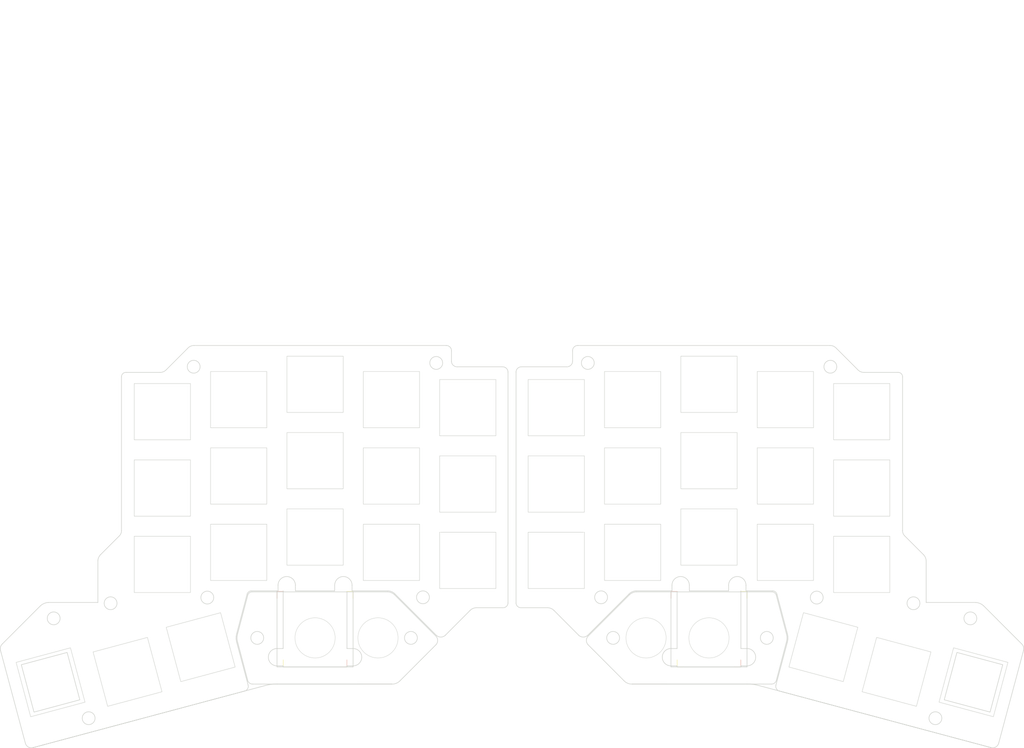
<source format=kicad_pcb>
(kicad_pcb (version 20211014) (generator pcbnew)
  (layers (0 "F.Cu" signal) (31 "B.Cu" signal) (34 "B.Paste" user) (35 "F.Paste" user) (36 "B.SilkS" user "B.Silkscreen") (37 "F.SilkS" user "F.Silkscreen") (38 "B.Mask" user) (39 "F.Mask" user) (44 "Edge.Cuts" user))
  (net 0 "")
  (footprint "jw_custom_footprint:CherryMX_Hotswap_cutout_switch_plate" (layer "F.Cu") (at 177.48662 97.331594)
    (fp_text reference "SW12" hide)
    (fp_text value "SW12")
    (fp_rect (start -7 -7) (end 7 7) (layer "Edge.Cuts") (width 0.12) (fill none))
  )
  (footprint "jw_custom_footprint:CherryMX_Hotswap_cutout_switch_plate" (layer "F.Cu") (at 177.48662 78.331994)
    (fp_text reference "SW7" hide)
    (fp_text value "SW7")
    (fp_rect (start -7 -7) (end 7 7) (layer "Edge.Cuts") (width 0.12) (fill none))
  )
  (footprint "jw_custom_footprint:RotaryEncoder_Alps_EC11E-Switch_Vertical_H20mm_cutout_switch_plate" (layer "F.Cu") (at 262.29748 129.657313 165)
    (fp_text reference "EC1" hide)
    (fp_text value "Rotary_Encoder_Switch")
    (fp_rect (start -5.9 -6.1) (end 5.9 6.1) (layer "Edge.Cuts") (width 0.15) (fill none))
  )
  (footprint "jw_custom_footprint:CherryMX_Hotswap_cutout_switch_plate" (layer "F.Cu") (at 262.29748 129.657311 -15)
    (fp_text reference "SW20" hide)
    (fp_text value "SW20")
    (fp_rect (start -7 -7) (end 7 7) (layer "Edge.Cuts") (width 0.12) (fill none))
  )
  (footprint "jw_custom_footprint:MountingHole_3.2mm_M3_cutout" (layer "F.Cu") (at 226.687447 51.14375)
    (fp_text reference "TH1" hide)
    (fp_text value "HOLE")
    (fp_circle (center 0 0) (end 1.6 0) (layer "Edge.Cuts") (width 0.15) (fill none))
  )
  (footprint "jw_custom_footprint:contact_button_10mm" (layer "F.Cu") (at 180.827872 118.614)
    (fp_text reference "SW16" hide)
    (fp_text value "SW_Contact_Pad")
    (fp_circle (center 0 0) (end 5 0) (layer "Edge.Cuts") (width 0.1) (fill none))
  )
  (footprint "jw_custom_footprint:CherryMX_Hotswap_cutout_switch_plate" (layer "F.Cu") (at 158.48642 61.330994)
    (fp_text reference "SW1" hide)
    (fp_text value "SW1")
    (fp_rect (start -7 -7) (end 7 7) (layer "Edge.Cuts") (width 0.12) (fill none))
  )
  (footprint "jw_custom_footprint:CherryMX_Hotswap_cutout_switch_plate" (layer "F.Cu") (at 158.48642 80.331394)
    (fp_text reference "SW6" hide)
    (fp_text value "SW6")
    (fp_rect (start -7 -7) (end 7 7) (layer "Edge.Cuts") (width 0.12) (fill none))
  )
  (footprint "jw_custom_footprint:MountingHole_3.2mm_M3_cutout" (layer "F.Cu") (at 223.296492 108.5822)
    (fp_text reference "TH4" hide)
    (fp_text value "HOLE")
    (fp_circle (center 0 0) (end 1.6 0) (layer "Edge.Cuts") (width 0.15) (fill none))
  )
  (footprint "jw_custom_footprint:MountingHole_3.2mm_M3_cutout" (layer "F.Cu") (at 247.36228 109.997713 180)
    (fp_text reference "MCU_1" hide)
    (fp_text value "HOLE")
    (fp_circle (center 0 0) (end 1.6 0) (layer "Edge.Cuts") (width 0.15) (fill none))
  )
  (footprint "jw_custom_footprint:MountingHole_3.2mm_M3_cutout" (layer "F.Cu") (at 169.639047 108.51955)
    (fp_text reference "TH3" hide)
    (fp_text value "HOLE")
    (fp_circle (center 0 0) (end 1.6 0) (layer "Edge.Cuts") (width 0.15) (fill none))
  )
  (footprint "jw_custom_footprint:MountingHole_3.2mm_M3_cutout" (layer "F.Cu") (at 261.522054 113.756913)
    (fp_text reference "MCU_2" hide)
    (fp_text value "HOLE")
    (fp_circle (center 0 0) (end 1.6 0) (layer "Edge.Cuts") (width 0.15) (fill none))
  )
  (footprint "jw_custom_footprint:CherryMX_Hotswap_cutout_switch_plate" (layer "F.Cu") (at 243.14588 127.066513 -15)
    (fp_text reference "SW19" hide)
    (fp_text value "SW19")
    (fp_rect (start -7 -7) (end 7 7) (layer "Edge.Cuts") (width 0.12) (fill none))
  )
  (footprint "jw_custom_footprint:contact_button_10mm" (layer "F.Cu") (at 196.486246 118.614)
    (fp_text reference "SW17" hide)
    (fp_text value "SW_Contact_Pad")
    (fp_circle (center 0 0) (end 5 0) (layer "Edge.Cuts") (width 0.1) (fill none))
  )
  (footprint "jw_custom_footprint:Nintendo_Switch_JOYSTICK" (layer "F.Cu") (at 98.471394 116.40681)
    (fp_text reference "REF**" hide)
    (fp_text value "Nintendo_Switch_JOYSTICK")
    (fp_line (start -7.9248 9.398) (end -7.9248 7.6708) (layer "F.SilkS") (width 0.12))
    (fp_line (start 9.4488 -9.3472) (end 9.4488 -7.62) (layer "F.SilkS") (width 0.12))
    (fp_line (start -6.2992 9.398) (end -7.9248 9.398) (layer "F.SilkS") (width 0.12))
    (fp_line (start 7.8232 -9.3472) (end 9.4488 -9.3472) (layer "F.SilkS") (width 0.12))
  )
  (footprint "jw_custom_footprint:CherryMX_Hotswap_cutout_switch_plate" (layer "F.Cu") (at 196.48602 93.521794)
    (fp_text reference "SW13" hide)
    (fp_text value "SW13")
    (fp_rect (start -7 -7) (end 7 7) (layer "Edge.Cuts") (width 0.12) (fill none))
  )
  (footprint "jw_custom_footprint:Nintendo_Switch_JOYSTICK" (layer "F.Cu") (at 196.486246 116.40681)
    (fp_text reference "REF**" hide)
    (fp_text value "Nintendo_Switch_JOYSTICK")
    (fp_line (start -6.2992 9.398) (end -7.9248 9.398) (layer "F.SilkS") (width 0.12))
    (fp_line (start 9.4488 -9.3472) (end 9.4488 -7.62) (layer "F.SilkS") (width 0.12))
    (fp_line (start -7.9248 9.398) (end -7.9248 7.6708) (layer "F.SilkS") (width 0.12))
    (fp_line (start 7.8232 -9.3472) (end 9.4488 -9.3472) (layer "F.SilkS") (width 0.12))
  )
  (footprint "jw_custom_footprint:MountingHole_3.2mm_M3_cutout" (layer "F.Cu") (at 252.82328 138.598113)
    (fp_text reference "TH5" hide)
    (fp_text value "HOLE")
    (fp_circle (center 0 0) (end 1.6 0) (layer "Edge.Cuts") (width 0.15) (fill none))
  )
  (footprint "jw_custom_footprint:CherryMX_Hotswap_cutout_switch_plate" (layer "F.Cu") (at 215.48622 59.331834)
    (fp_text reference "SW4" hide)
    (fp_text value "SW4")
    (fp_rect (start -7 -7) (end 7 7) (layer "Edge.Cuts") (width 0.12) (fill none))
  )
  (footprint "jw_custom_footprint:CherryMX_Hotswap_cutout_switch_plate" (layer "F.Cu") (at 177.48662 59.332394)
    (fp_text reference "SW2" hide)
    (fp_text value "SW2")
    (fp_rect (start -7 -7) (end 7 7) (layer "Edge.Cuts") (width 0.12) (fill none))
  )
  (footprint "jw_custom_footprint:CherryMX_Hotswap_cutout_switch_plate" (layer "F.Cu") (at 234.485918 62.332394)
    (fp_text reference "SW5" hide)
    (fp_text value "SW5")
    (fp_rect (start -7 -7) (end 7 7) (layer "Edge.Cuts") (width 0.12) (fill none))
  )
  (footprint "jw_custom_footprint:CherryMX_Hotswap_cutout_switch_plate" (layer "F.Cu") (at 215.48622 97.332194)
    (fp_text reference "SW14" hide)
    (fp_text value "SW14")
    (fp_rect (start -7 -7) (end 7 7) (layer "Edge.Cuts") (width 0.12) (fill none))
  )
  (footprint "jw_custom_footprint:CherryMX_Hotswap_cutout_switch_plate" (layer "F.Cu") (at 224.946054 120.920119 -15)
    (fp_text reference "SW18" hide)
    (fp_text value "SW18")
    (fp_rect (start -7 -7) (end 7 7) (layer "Edge.Cuts") (width 0.12) (fill none))
  )
  (footprint "jw_custom_footprint:MountingHole_3.2mm_M3_cutout" (layer "F.Cu") (at 210.871736 118.614)
    (fp_text reference "JY_BT_2" hide)
    (fp_text value "HOLE")
    (fp_circle (center 0 0) (end 1.6 0) (layer "Edge.Cuts") (width 0.15) (fill none))
  )
  (footprint "jw_custom_footprint:CherryMX_Hotswap_cutout_switch_plate" (layer "F.Cu") (at 234.485918 100.332194)
    (fp_text reference "SW15" hide)
    (fp_text value "SW15")
    (fp_rect (start -7 -7) (end 7 7) (layer "Edge.Cuts") (width 0.12) (fill none))
  )
  (footprint "jw_custom_footprint:CherryMX_Hotswap_cutout_switch_plate" (layer "F.Cu") (at 215.48622 78.331794)
    (fp_text reference "SW9" hide)
    (fp_text value "SW9")
    (fp_rect (start -7 -7) (end 7 7) (layer "Edge.Cuts") (width 0.12) (fill none))
  )
  (footprint "jw_custom_footprint:CherryMX_Hotswap_cutout_switch_plate" (layer "F.Cu") (at 234.485918 81.332194)
    (fp_text reference "SW10" hide)
    (fp_text value "SW10")
    (fp_rect (start -7 -7) (end 7 7) (layer "Edge.Cuts") (width 0.12) (fill none))
  )
  (footprint "jw_custom_footprint:CherryMX_Hotswap_cutout_switch_plate" (layer "F.Cu") (at 196.48602 55.521634)
    (fp_text reference "SW3" hide)
    (fp_text value "SW3")
    (fp_rect (start -7 -7) (end 7 7) (layer "Edge.Cuts") (width 0.12) (fill none))
  )
  (footprint "jw_custom_footprint:MountingHole_3.2mm_M3_cutout" (layer "F.Cu") (at 172.63548 118.614)
    (fp_text reference "JY_BT_1" hide)
    (fp_text value "HOLE")
    (fp_circle (center 0 0) (end 1.6 0) (layer "Edge.Cuts") (width 0.15) (fill none))
  )
  (footprint "jw_custom_footprint:MountingHole_3.2mm_M3_cutout" (layer "F.Cu") (at 166.33628 50.201913)
    (fp_text reference "TH2" hide)
    (fp_text value "HOLE")
    (fp_circle (center 0 0) (end 1.6 0) (layer "Edge.Cuts") (width 0.15) (fill none))
  )
  (footprint "jw_custom_footprint:CherryMX_Hotswap_cutout_switch_plate" (layer "F.Cu") (at 196.48602 74.521594)
    (fp_text reference "SW8" hide)
    (fp_text value "SW8")
    (fp_rect (start -7 -7) (end 7 7) (layer "Edge.Cuts") (width 0.12) (fill none))
  )
  (footprint "jw_custom_footprint:CherryMX_Hotswap_cutout_switch_plate" (layer "F.Cu") (at 158.48642 99.331794)
    (fp_text reference "SW11" hide)
    (fp_text value "SW11")
    (fp_rect (start -7 -7) (end 7 7) (layer "Edge.Cuts") (width 0.12) (fill none))
  )
  (footprint "jw_custom_footprint:CherryMX_Hotswap_cutout_switch_plate" (layer "B.Cu") (at 79.47142 78.331794 180)
    (fp_text reference "SW9" hide)
    (fp_text value "SW9")
    (fp_rect (start -7 7) (end 7 -7) (layer "Edge.Cuts") (width 0.12) (fill none))
  )
  (footprint "jw_custom_footprint:CherryMX_Hotswap_cutout_switch_plate" (layer "B.Cu") (at 136.47122 80.331394 180)
    (fp_text reference "SW6" hide)
    (fp_text value "SW6")
    (fp_rect (start -7 7) (end 7 -7) (layer "Edge.Cuts") (width 0.12) (fill none))
  )
  (footprint "jw_custom_footprint:CherryMX_Hotswap_cutout_switch_plate" (layer "B.Cu") (at 136.47122 99.331794 180)
    (fp_text reference "SW11" hide)
    (fp_text value "SW11")
    (fp_rect (start -7 7) (end 7 -7) (layer "Edge.Cuts") (width 0.12) (fill none))
  )
  (footprint "jw_custom_footprint:CherryMX_Hotswap_cutout_switch_plate" (layer "B.Cu") (at 51.81176 127.066513 -165)
    (fp_text reference "SW19" hide)
    (fp_text value "SW19")
    (fp_rect (start -7 7) (end 7 -7) (layer "Edge.Cuts") (width 0.12) (fill none))
  )
  (footprint "jw_custom_footprint:CherryMX_Hotswap_cutout_switch_plate" (layer "B.Cu") (at 79.47142 97.332194 180)
    (fp_text reference "SW14" hide)
    (fp_text value "SW14")
    (fp_rect (start -7 7) (end 7 -7) (layer "Edge.Cuts") (width 0.12) (fill none))
  )
  (footprint "jw_custom_footprint:MountingHole_3.2mm_M3_cutout" (layer "B.Cu") (at 125.318593 108.51955 180)
    (fp_text reference "TH3" hide)
    (fp_text value "HOLE")
    (fp_circle (center 0 0) (end 1.6 0) (layer "Edge.Cuts") (width 0.15) (fill none))
  )
  (footprint "jw_custom_footprint:contact_button_10mm" (layer "B.Cu") (at 98.471394 118.614 180)
    (fp_text reference "SW17" hide)
    (fp_text value "SW_Contact_Pad")
    (fp_circle (center 0 0) (end 5 0) (layer "Edge.Cuts") (width 0.1) (fill none))
  )
  (footprint "jw_custom_footprint:MountingHole_3.2mm_M3_cutout" (layer "B.Cu") (at 42.13436 138.598113 180)
    (fp_text reference "TH5" hide)
    (fp_text value "HOLE")
    (fp_circle (center 0 0) (end 1.6 0) (layer "Edge.Cuts") (width 0.15) (fill none))
  )
  (footprint "jw_custom_footprint:MountingHole_3.2mm_M3_cutout" (layer "B.Cu") (at 47.59536 109.997713)
    (fp_text reference "MCU_1" hide)
    (fp_text value "HOLE")
    (fp_circle (center 0 0) (end 1.6 0) (layer "Edge.Cuts") (width 0.15) (fill none))
  )
  (footprint "jw_custom_footprint:MountingHole_3.2mm_M3_cutout" (layer "B.Cu") (at 33.435586 113.756913 180)
    (fp_text reference "MCU_2" hide)
    (fp_text value "HOLE")
    (fp_circle (center 0 0) (end 1.6 0) (layer "Edge.Cuts") (width 0.15) (fill none))
  )
  (footprint "jw_custom_footprint:Nintendo_Switch_JOYSTICK" (layer "B.Cu") (at 98.471394 116.40681 180)
    (fp_text reference "REF**" hide)
    (fp_text value "Nintendo_Switch_JOYSTICK")
    (fp_line (start 9.4488 9.3472) (end 9.4488 7.62) (layer "B.SilkS") (width 0.12))
    (fp_line (start -7.9248 -9.398) (end -7.9248 -7.6708) (layer "B.SilkS") (width 0.12))
    (fp_line (start -6.2992 -9.398) (end -7.9248 -9.398) (layer "B.SilkS") (width 0.12))
    (fp_line (start 7.8232 9.3472) (end 9.4488 9.3472) (layer "B.SilkS") (width 0.12))
  )
  (footprint "jw_custom_footprint:RotaryEncoder_Alps_EC11E-Switch_Vertical_H20mm_cutout_switch_plate" (layer "B.Cu") (at 32.66016 129.657313 15)
    (fp_text reference "EC1" hide)
    (fp_text value "Rotary_Encoder_Switch")
    (fp_rect (start -5.9 6.1) (end 5.9 -6.1) (layer "Edge.Cuts") (width 0.15) (fill none))
  )
  (footprint "jw_custom_footprint:Nintendo_Switch_JOYSTICK" (layer "B.Cu") (at 196.486246 116.40681 180)
    (fp_text reference "REF**" hide)
    (fp_text value "Nintendo_Switch_JOYSTICK")
    (fp_line (start -7.9248 -9.398) (end -7.9248 -7.6708) (layer "B.SilkS") (width 0.12))
    (fp_line (start 7.8232 9.3472) (end 9.4488 9.3472) (layer "B.SilkS") (width 0.12))
    (fp_line (start -6.2992 -9.398) (end -7.9248 -9.398) (layer "B.SilkS") (width 0.12))
    (fp_line (start 9.4488 9.3472) (end 9.4488 7.62) (layer "B.SilkS") (width 0.12))
  )
  (footprint "jw_custom_footprint:CherryMX_Hotswap_cutout_switch_plate" (layer "B.Cu") (at 136.47122 61.330994 180)
    (fp_text reference "SW1" hide)
    (fp_text value "SW1")
    (fp_rect (start -7 7) (end 7 -7) (layer "Edge.Cuts") (width 0.12) (fill none))
  )
  (footprint "jw_custom_footprint:CherryMX_Hotswap_cutout_switch_plate" (layer "B.Cu") (at 60.471722 81.332194 180)
    (fp_text reference "SW10" hide)
    (fp_text value "SW10")
    (fp_rect (start -7 7) (end 7 -7) (layer "Edge.Cuts") (width 0.12) (fill none))
  )
  (footprint "jw_custom_footprint:contact_button_10mm" (layer "B.Cu") (at 114.129768 118.614 180)
    (fp_text reference "SW16" hide)
    (fp_text value "SW_Contact_Pad")
    (fp_circle (center 0 0) (end 5 0) (layer "Edge.Cuts") (width 0.1) (fill none))
  )
  (footprint "jw_custom_footprint:CherryMX_Hotswap_cutout_switch_plate" (layer "B.Cu") (at 117.47102 78.331994 180)
    (fp_text reference "SW7" hide)
    (fp_text value "SW7")
    (fp_rect (start -7 7) (end 7 -7) (layer "Edge.Cuts") (width 0.12) (fill none))
  )
  (footprint "jw_custom_footprint:CherryMX_Hotswap_cutout_switch_plate" (layer "B.Cu") (at 98.47162 74.521594 180)
    (fp_text reference "SW8" hide)
    (fp_text value "SW8")
    (fp_rect (start -7 7) (end 7 -7) (layer "Edge.Cuts") (width 0.12) (fill none))
  )
  (footprint "jw_custom_footprint:CherryMX_Hotswap_cutout_switch_plate" (layer "B.Cu") (at 117.47102 97.331594 180)
    (fp_text reference "SW12" hide)
    (fp_text value "SW12")
    (fp_rect (start -7 7) (end 7 -7) (layer "Edge.Cuts") (width 0.12) (fill none))
  )
  (footprint "jw_custom_footprint:CherryMX_Hotswap_cutout_switch_plate" (layer "B.Cu") (at 98.47162 55.521634 180)
    (fp_text reference "SW3" hide)
    (fp_text value "SW3")
    (fp_rect (start -7 7) (end 7 -7) (layer "Edge.Cuts") (width 0.12) (fill none))
  )
  (footprint "jw_custom_footprint:CherryMX_Hotswap_cutout_switch_plate" (layer "B.Cu") (at 98.47162 93.521794 180)
    (fp_text reference "SW13" hide)
    (fp_text value "SW13")
    (fp_rect (start -7 7) (end 7 -7) (layer "Edge.Cuts") (width 0.12) (fill none))
  )
  (footprint "jw_custom_footprint:CherryMX_Hotswap_cutout_switch_plate" (layer "B.Cu") (at 117.47102 59.332394 180)
    (fp_text reference "SW2" hide)
    (fp_text value "SW2")
    (fp_rect (start -7 7) (end 7 -7) (layer "Edge.Cuts") (width 0.12) (fill none))
  )
  (footprint "jw_custom_footprint:CherryMX_Hotswap_cutout_switch_plate" (layer "B.Cu") (at 60.471722 62.332394 180)
    (fp_text reference "SW5" hide)
    (fp_text value "SW5")
    (fp_rect (start -7 7) (end 7 -7) (layer "Edge.Cuts") (width 0.12) (fill none))
  )
  (footprint "jw_custom_footprint:CherryMX_Hotswap_cutout_switch_plate" (layer "B.Cu") (at 70.011586 120.920119 -165)
    (fp_text reference "SW18" hide)
    (fp_text value "SW18")
    (fp_rect (start -7 7) (end 7 -7) (layer "Edge.Cuts") (width 0.12) (fill none))
  )
  (footprint "jw_custom_footprint:MountingHole_3.2mm_M3_cutout" (layer "B.Cu") (at 84.085904 118.614 180)
    (fp_text reference "JY_BT_2" hide)
    (fp_text value "HOLE")
    (fp_circle (center 0 0) (end 1.6 0) (layer "Edge.Cuts") (width 0.15) (fill none))
  )
  (footprint "jw_custom_footprint:CherryMX_Hotswap_cutout_switch_plate" (layer "B.Cu") (at 32.66016 129.657311 -165)
    (fp_text reference "SW20" hide)
    (fp_text value "SW20")
    (fp_rect (start -7 7) (end 7 -7) (layer "Edge.Cuts") (width 0.12) (fill none))
  )
  (footprint "jw_custom_footprint:MountingHole_3.2mm_M3_cutout" (layer "B.Cu") (at 122.32216 118.614 180)
    (fp_text reference "JY_BT_1" hide)
    (fp_text value "HOLE")
    (fp_circle (center 0 0) (end 1.6 0) (layer "Edge.Cuts") (width 0.15) (fill none))
  )
  (footprint "jw_custom_footprint:CherryMX_Hotswap_cutout_switch_plate" (layer "B.Cu") (at 60.471722 100.332194 180)
    (fp_text reference "SW15" hide)
    (fp_text value "SW15")
    (fp_rect (start -7 7) (end 7 -7) (layer "Edge.Cuts") (width 0.12) (fill none))
  )
  (footprint "jw_custom_footprint:MountingHole_3.2mm_M3_cutout" (layer "B.Cu") (at 71.661148 108.5822 180)
    (fp_text reference "TH4" hide)
    (fp_text value "HOLE")
    (fp_circle (center 0 0) (end 1.6 0) (layer "Edge.Cuts") (width 0.15) (fill none))
  )
  (footprint "jw_custom_footprint:CherryMX_Hotswap_cutout_switch_plate" (layer "B.Cu") (at 79.47142 59.331834 180)
    (fp_text reference "SW4" hide)
    (fp_text value "SW4")
    (fp_rect (start -7 7) (end 7 -7) (layer "Edge.Cuts") (width 0.12) (fill none))
  )
  (footprint "jw_custom_footprint:MountingHole_3.2mm_M3_cutout" (layer "B.Cu") (at 128.62136 50.201913 180)
    (fp_text reference "TH2" hide)
    (fp_text value "HOLE")
    (fp_circle (center 0 0) (end 1.6 0) (layer "Edge.Cuts") (width 0.15) (fill none))
  )
  (footprint "jw_custom_footprint:MountingHole_3.2mm_M3_cutout" (layer "B.Cu") (at 68.270193 51.14375 180)
    (fp_text reference "TH1" hide)
    (fp_text value "HOLE")
    (fp_circle (center 0 0) (end 1.6 0) (layer "Edge.Cuts") (width 0.15) (fill none))
  )
  (gr_arc (start 137.002593 111.824319) (mid 137.786061 111.283934) (end 138.721993 111.111119) (layer "Edge.Cuts") (width 0.15))
  (gr_line (start 245.191292 93.2434) (end 249.915692 97.9678) (layer "Edge.Cuts") (width 0.15))
  (gr_arc (start 61.450348 51.8922) (mid 60.757992 52.383111) (end 59.926348 52.5526) (layer "Edge.Cuts") (width 0.15))
  (gr_arc (start 119.603593 129.291319) (mid 118.674359 129.91519) (end 117.571593 130.1065) (layer "Edge.Cuts") (width 0.15))
  (gr_arc (start 128.557148 118.188569) (mid 128.970535 119.254189) (end 128.557148 120.3198) (layer "Edge.Cuts") (width 0.15))
  (gr_line (start 187.025292 125.5776) (end 188.549292 125.5776) (layer "Edge.Cuts") (width 0.15))
  (gr_arc (start 148.47882 52.461429) (mid 148.880529 51.539812) (end 149.814292 51.167234) (layer "Edge.Cuts") (width 0.15))
  (gr_line (start 188.549292 107.1626) (end 188.549292 121.2596) (layer "Edge.Cuts") (width 0.15))
  (gr_arc (start 235.031292 52.5526) (mid 234.199638 52.383133) (end 233.507292 51.8922) (layer "Edge.Cuts") (width 0.15))
  (gr_arc (start 149.609654 111.111119) (mid 148.821648 110.739338) (end 148.47882 109.938319) (layer "Edge.Cuts") (width 0.15))
  (gr_arc (start 215.960984 117.475) (mid 216.127306 118.59118) (end 215.981292 119.7102) (layer "Edge.Cuts") (width 0.15))
  (gr_line (start 90.533348 125.8316) (end 90.533348 125.5776) (layer "Edge.Cuts") (width 0.15))
  (gr_arc (start 103.360348 105.5116) (mid 105.519348 103.3526) (end 107.678348 105.5116) (layer "Edge.Cuts") (width 0.15))
  (gr_line (start 164.042221 117.9322) (end 157.955047 111.824319) (layer "Edge.Cuts") (width 0.15))
  (gr_arc (start 162.546778 47.218194) (mid 162.903066 46.257679) (end 163.84708 45.8597) (layer "Edge.Cuts") (width 0.15))
  (gr_arc (start 89.263348 105.5116) (mid 91.422348 103.3526) (end 93.581348 105.5116) (layer "Edge.Cuts") (width 0.15))
  (gr_line (start 118.397148 107.7214) (end 128.658748 117.983) (layer "Edge.Cuts") (width 0.15))
  (gr_line (start 20.67136 120.106913) (end 30.106748 110.6678) (layer "Edge.Cuts") (width 0.15))
  (gr_arc (start 81.821148 130.3782) (mid 81.672145 131.306095) (end 80.906748 131.8514) (layer "Edge.Cuts") (width 0.15))
  (gr_arc (start 214.050892 131.8514) (mid 213.285494 131.306095) (end 213.136492 130.3782) (layer "Edge.Cuts") (width 0.15))
  (gr_arc (start 177.386047 130.1065) (mid 176.283278 129.915196) (end 175.354047 129.291319) (layer "Edge.Cuts") (width 0.15))
  (gr_arc (start 85.80902 130.541119) (mid 87.386955 130.209366) (end 88.996593 130.1145) (layer "Edge.Cuts") (width 0.15))
  (gr_line (start 106.408348 121.2596) (end 106.408348 107.1626) (layer "Edge.Cuts") (width 0.15))
  (gr_line (start 205.948292 106.9086) (end 205.948292 125.8316) (layer "Edge.Cuts") (width 0.15))
  (gr_line (start 215.960984 117.475) (end 213.390492 107.7214) (layer "Edge.Cuts") (width 0.15))
  (gr_line (start 106.408348 125.8316) (end 106.408348 125.5776) (layer "Edge.Cuts") (width 0.15))
  (gr_line (start 20.21416 121.757913) (end 26.388284 144.811616) (layer "Edge.Cuts") (width 0.15))
  (gr_arc (start 66.784348 46.5582) (mid 67.496518 46.039337) (end 68.359148 45.8597) (layer "Edge.Cuts") (width 0.15))
  (gr_arc (start 50.307808 53.6702) (mid 50.635012 52.86741) (end 51.442748 52.5526) (layer "Edge.Cuts") (width 0.15))
  (gr_line (start 145.347986 111.111119) (end 138.721993 111.111119) (layer "Edge.Cuts") (width 0.15))
  (gr_line (start 106.408348 125.5776) (end 107.932348 125.5776) (layer "Edge.Cuts") (width 0.15))
  (gr_line (start 117.571593 130.1065) (end 82.959056 130.1065) (layer "Edge.Cuts") (width 0.15))
  (gr_line (start 103.360348 106.9086) (end 103.360348 105.5116) (layer "Edge.Cuts") (width 0.15))
  (gr_line (start 211.998584 130.1065) (end 177.386047 130.1065) (layer "Edge.Cuts") (width 0.15))
  (gr_line (start 228.173292 46.5582) (end 233.507292 51.8922) (layer "Edge.Cuts") (width 0.15))
  (gr_line (start 89.263348 106.9086) (end 82.633948 106.9086) (layer "Edge.Cuts") (width 0.15))
  (gr_line (start 266.6428 145.913313) (end 209.14862 130.541119) (layer "Edge.Cuts") (width 0.15))
  (gr_line (start 205.694292 105.5116) (end 205.694292 106.9086) (layer "Edge.Cuts") (width 0.15))
  (gr_line (start 226.598492 45.8597) (end 163.84708 45.8597) (layer "Edge.Cuts") (width 0.15))
  (gr_arc (start 212.171292 107.1626) (mid 212.850336 107.414474) (end 213.238092 108.0262) (layer "Edge.Cuts") (width 0.15))
  (gr_arc (start 245.191292 93.2434) (mid 244.786844 92.637815) (end 244.649832 91.9226) (layer "Edge.Cuts") (width 0.15))
  (gr_arc (start 226.598492 45.8597) (mid 227.461117 46.039349) (end 228.173292 46.5582) (layer "Edge.Cuts") (width 0.15))
  (gr_line (start 107.932348 125.8316) (end 107.932348 107.1626) (layer "Edge.Cuts") (width 0.15))
  (gr_arc (start 116.579913 106.9086) (mid 117.56896 107.135173) (end 118.397148 107.7214) (layer "Edge.Cuts") (width 0.15))
  (gr_line (start 117.571593 130.1065) (end 88.996593 130.1145) (layer "Edge.Cuts") (width 0.15))
  (gr_line (start 166.298892 117.983) (end 176.560492 107.7214) (layer "Edge.Cuts") (width 0.15))
  (gr_line (start 201.376292 106.9086) (end 191.597292 106.9086) (layer "Edge.Cuts") (width 0.15))
  (gr_arc (start 28.31484 145.913313) (mid 27.122157 145.76361) (end 26.388284 144.811616) (layer "Edge.Cuts") (width 0.15))
  (gr_arc (start 176.712892 107.8738) (mid 177.537256 107.356607) (end 178.490892 107.1626) (layer "Edge.Cuts") (width 0.15))
  (gr_arc (start 205.961047 130.1145) (mid 207.570684 130.209378) (end 209.14862 130.541119) (layer "Edge.Cuts") (width 0.15))
  (gr_line (start 187.025292 107.1626) (end 187.025292 125.8316) (layer "Edge.Cuts") (width 0.15))
  (gr_line (start 81.567148 107.7214) (end 78.996656 117.475) (layer "Edge.Cuts") (width 0.15))
  (gr_arc (start 166.400492 120.3198) (mid 165.987126 119.254189) (end 166.400492 118.188569) (layer "Edge.Cuts") (width 0.15))
  (gr_line (start 188.549292 125.8316) (end 205.948292 125.8316) (layer "Edge.Cuts") (width 0.15))
  (gr_arc (start 176.560492 107.7214) (mid 177.388673 107.135159) (end 178.377727 106.9086) (layer "Edge.Cuts") (width 0.15))
  (gr_line (start 107.678348 106.9086) (end 107.678348 105.5116) (layer "Edge.Cuts") (width 0.15))
  (gr_line (start 85.80902 130.541119) (end 28.31484 145.913313) (layer "Edge.Cuts") (width 0.15))
  (gr_line (start 81.821148 130.3782) (end 78.976348 119.7102) (layer "Edge.Cuts") (width 0.15))
  (gr_line (start 264.850892 110.6678) (end 274.28628 120.106913) (layer "Edge.Cuts") (width 0.15))
  (gr_line (start 191.597292 105.5116) (end 191.597292 106.9086) (layer "Edge.Cuts") (width 0.15))
  (gr_arc (start 79.230348 119.761) (mid 79.05764 118.618) (end 79.230348 117.475) (layer "Edge.Cuts") (width 0.15))
  (gr_line (start 106.408348 121.2596) (end 107.932348 121.2596) (layer "Edge.Cuts") (width 0.15))
  (gr_arc (start 81.567148 107.7214) (mid 81.970087 107.143762) (end 82.633948 106.9086) (layer "Edge.Cuts") (width 0.15))
  (gr_line (start 128.557148 120.3198) (end 119.603593 129.291319) (layer "Edge.Cuts") (width 0.15))
  (gr_arc (start 30.106748 110.6678) (mid 31.022149 110.063479) (end 32.087948 109.8042) (layer "Edge.Cuts") (width 0.15))
  (gr_arc (start 212.323692 106.9086) (mid 212.987537 107.143783) (end 213.390492 107.7214) (layer "Edge.Cuts") (width 0.15))
  (gr_arc (start 81.719548 108.0262) (mid 82.107276 107.41444) (end 82.786348 107.1626) (layer "Edge.Cuts") (width 0.15))
  (gr_line (start 116.579913 106.9086) (end 107.678348 106.9086) (layer "Edge.Cuts") (width 0.15))
  (gr_arc (start 107.932348 121.2596) (mid 110.091348 123.4186) (end 107.932348 125.5776) (layer "Edge.Cuts") (width 0.15))
  (gr_arc (start 89.009348 125.5776) (mid 86.850348 123.4186) (end 89.009348 121.2596) (layer "Edge.Cuts") (width 0.15))
  (gr_arc (start 20.21416 121.757913) (mid 20.214566 120.869219) (end 20.67136 120.106913) (layer "Edge.Cuts") (width 0.15))
  (gr_arc (start 262.869692 109.8042) (mid 263.935481 110.063501) (end 264.850892 110.6678) (layer "Edge.Cuts") (width 0.15))
  (gr_line (start 146.47882 109.938319) (end 146.47882 52.461429) (layer "Edge.Cuts") (width 0.15))
  (gr_line (start 44.432348 109.8042) (end 44.432348 99.3902) (layer "Edge.Cuts") (width 0.15))
  (gr_line (start 137.002593 111.824319) (end 130.915419 117.9322) (layer "Edge.Cuts") (width 0.15))
  (gr_arc (start 187.279292 105.5116) (mid 189.438292 103.3526) (end 191.597292 105.5116) (layer "Edge.Cuts") (width 0.15))
  (gr_line (start 204.424292 125.5776) (end 204.424292 125.8316) (layer "Edge.Cuts") (width 0.15))
  (gr_arc (start 213.238092 129.2098) (mid 212.774706 129.87431) (end 211.998584 130.1065) (layer "Edge.Cuts") (width 0.15))
  (gr_arc (start 187.025292 125.5776) (mid 184.866292 123.4186) (end 187.025292 121.2596) (layer "Edge.Cuts") (width 0.15))
  (gr_line (start 187.025292 121.2596) (end 188.549292 121.2596) (layer "Edge.Cuts") (width 0.15))
  (gr_arc (start 82.959056 130.1065) (mid 82.18296 129.874275) (end 81.719548 129.2098) (layer "Edge.Cuts") (width 0.15))
  (gr_line (start 149.814292 51.167234) (end 161.152975 51.167234) (layer "Edge.Cuts") (width 0.15))
  (gr_line (start 244.649832 53.6702) (end 244.649832 91.9226) (layer "Edge.Cuts") (width 0.15))
  (gr_arc (start 78.976348 119.7102) (mid 78.830322 118.59118) (end 78.996656 117.475) (layer "Edge.Cuts") (width 0.15))
  (gr_line (start 204.424292 106.9086) (end 204.424292 121.2596) (layer "Edge.Cuts") (width 0.15))
  (gr_line (start 205.948292 125.5776) (end 204.424292 125.5776) (layer "Edge.Cuts") (width 0.15))
  (gr_line (start 50.307808 91.9226) (end 50.307808 53.6702) (layer "Edge.Cuts") (width 0.15))
  (gr_line (start 262.869692 109.8042) (end 250.525292 109.8042) (layer "Edge.Cuts") (width 0.15))
  (gr_line (start 103.360348 106.9086) (end 93.581348 106.9086) (layer "Edge.Cuts") (width 0.15))
  (gr_arc (start 131.11056 45.8597) (mid 132.05459 46.257663) (end 132.410862 47.218194) (layer "Edge.Cuts") (width 0.15))
  (gr_arc (start 50.307808 91.9226) (mid 50.170778 92.637808) (end 49.766348 93.2434) (layer "Edge.Cuts") (width 0.15))
  (gr_arc (start 156.235647 111.111119) (mid 157.171576 111.283942) (end 157.955047 111.824319) (layer "Edge.Cuts") (width 0.15))
  (gr_arc (start 215.727292 117.475) (mid 215.9 118.618) (end 215.727292 119.761) (layer "Edge.Cuts") (width 0.15))
  (gr_line (start 187.279292 105.5116) (end 187.279292 106.9086) (layer "Edge.Cuts") (width 0.15))
  (gr_line (start 205.961047 130.1145) (end 177.386047 130.1065) (layer "Edge.Cuts") (width 0.15))
  (gr_line (start 81.719548 129.2098) (end 79.230348 119.761) (layer "Edge.Cuts") (width 0.15))
  (gr_arc (start 201.376292 105.5116) (mid 203.535292 103.3526) (end 205.694292 105.5116) (layer "Edge.Cuts") (width 0.15))
  (gr_line (start 116.466748 107.1626) (end 82.786348 107.1626) (layer "Edge.Cuts") (width 0.15))
  (gr_line (start 156.235647 111.111119) (end 149.609654 111.111119) (layer "Edge.Cuts") (width 0.15))
  (gr_line (start 45.041948 97.9678) (end 49.766348 93.2434) (layer "Edge.Cuts") (width 0.15))
  (gr_line (start 93.581348 106.9086) (end 93.581348 105.5116) (layer "Edge.Cuts") (width 0.15))
  (gr_line (start 268.569356 144.811616) (end 274.74348 121.757913) (layer "Edge.Cuts") (width 0.15))
  (gr_line (start 89.009348 125.8316) (end 106.408348 125.8316) (layer "Edge.Cuts") (width 0.15))
  (gr_line (start 90.533348 125.5776) (end 89.009348 125.5776) (layer "Edge.Cuts") (width 0.15))
  (gr_line (start 166.451292 118.1354) (end 176.712892 107.8738) (layer "Edge.Cuts") (width 0.15))
  (gr_line (start 80.906748 131.8514) (end 28.31484 145.913313) (layer "Edge.Cuts") (width 0.15))
  (gr_arc (start 130.915419 117.9322) (mid 129.79728 118.409937) (end 128.658748 117.983) (layer "Edge.Cuts") (width 0.15))
  (gr_arc (start 146.47882 109.938319) (mid 146.135977 110.739324) (end 145.347986 111.111119) (layer "Edge.Cuts") (width 0.15))
  (gr_line (start 89.009348 125.8316) (end 89.009348 106.9086) (layer "Edge.Cuts") (width 0.15))
  (gr_arc (start 268.569356 144.811616) (mid 267.83546 145.76357) (end 266.6428 145.913313) (layer "Edge.Cuts") (width 0.15))
  (gr_line (start 90.533348 125.8316) (end 107.932348 125.8316) (layer "Edge.Cuts") (width 0.15))
  (gr_line (start 89.263348 106.9086) (end 89.263348 105.5116) (layer "Edge.Cuts") (width 0.15))
  (gr_arc (start 205.948292 121.2596) (mid 208.107292 123.4186) (end 205.948292 125.5776) (layer "Edge.Cuts") (width 0.15))
  (gr_line (start 205.948292 121.2596) (end 204.424292 121.2596) (layer "Edge.Cuts") (width 0.15))
  (gr_arc (start 162.546778 49.769029) (mid 162.138247 50.755606) (end 161.152975 51.167234) (layer "Edge.Cuts") (width 0.15))
  (gr_line (start 243.514892 52.5526) (end 235.031292 52.5526) (layer "Edge.Cuts") (width 0.15))
  (gr_line (start 250.525292 99.3902) (end 250.525292 109.8042) (layer "Edge.Cuts") (width 0.15))
  (gr_line (start 118.244748 107.8738) (end 128.506348 118.1354) (layer "Edge.Cuts") (width 0.15))
  (gr_line (start 187.279292 106.9086) (end 178.377727 106.9086) (layer "Edge.Cuts") (width 0.15))
  (gr_line (start 188.549292 125.5776) (end 188.549292 125.8316) (layer "Edge.Cuts") (width 0.15))
  (gr_line (start 212.171292 107.1626) (end 178.490892 107.1626) (layer "Edge.Cuts") (width 0.15))
  (gr_line (start 187.025292 125.8316) (end 204.424292 125.8316) (layer "Edge.Cuts") (width 0.15))
  (gr_arc (start 116.466748 107.1626) (mid 117.420379 107.356619) (end 118.244748 107.8738) (layer "Edge.Cuts") (width 0.15))
  (gr_line (start 81.719548 108.0262) (end 79.230348 117.475) (layer "Edge.Cuts") (width 0.15))
  (gr_line (start 212.323692 106.9086) (end 205.694292 106.9086) (layer "Edge.Cuts") (width 0.15))
  (gr_line (start 132.410862 49.769029) (end 132.410862 47.218194) (layer "Edge.Cuts") (width 0.15))
  (gr_arc (start 243.514892 52.5526) (mid 244.322636 52.867401) (end 244.649832 53.6702) (layer "Edge.Cuts") (width 0.15))
  (gr_arc (start 145.143348 51.167234) (mid 146.077092 51.539831) (end 146.47882 52.461429) (layer "Edge.Cuts") (width 0.15))
  (gr_line (start 148.47882 52.461429) (end 148.47882 109.938319) (layer "Edge.Cuts") (width 0.15))
  (gr_line (start 59.926348 52.5526) (end 51.442748 52.5526) (layer "Edge.Cuts") (width 0.15))
  (gr_arc (start 274.28628 120.106913) (mid 274.743061 120.869223) (end 274.74348 121.757913) (layer "Edge.Cuts") (width 0.15))
  (gr_arc (start 133.804665 51.167234) (mid 132.81942 50.755579) (end 132.410862 49.769029) (layer "Edge.Cuts") (width 0.15))
  (gr_line (start 215.727292 119.761) (end 213.238092 129.2098) (layer "Edge.Cuts") (width 0.15))
  (gr_line (start 133.804665 51.167234) (end 145.143348 51.167234) (layer "Edge.Cuts") (width 0.15))
  (gr_line (start 90.533348 121.2596) (end 89.009348 121.2596) (layer "Edge.Cuts") (width 0.15))
  (gr_line (start 175.354047 129.291319) (end 166.400492 120.3198) (layer "Edge.Cuts") (width 0.15))
  (gr_line (start 266.6428 145.913313) (end 214.050892 131.8514) (layer "Edge.Cuts") (width 0.15))
  (gr_line (start 201.376292 105.5116) (end 201.376292 106.9086) (layer "Edge.Cuts") (width 0.15))
  (gr_line (start 90.533348 121.2596) (end 90.533348 106.9086) (layer "Edge.Cuts") (width 0.15))
  (gr_line (start 162.546778 47.218194) (end 162.546778 49.769029) (layer "Edge.Cuts") (width 0.15))
  (gr_arc (start 166.298892 117.983) (mid 165.160359 118.410006) (end 164.042221 117.9322) (layer "Edge.Cuts") (width 0.15))
  (gr_line (start 61.450348 51.8922) (end 66.784348 46.5582) (layer "Edge.Cuts") (width 0.15))
  (gr_line (start 44.432348 109.8042) (end 32.087948 109.8042) (layer "Edge.Cuts") (width 0.15))
  (gr_arc (start 44.432348 99.3902) (mid 44.619547 98.628602) (end 45.041948 97.9678) (layer "Edge.Cuts") (width 0.15))
  (gr_line (start 215.981292 119.7102) (end 213.136492 130.3782) (layer "Edge.Cuts") (width 0.15))
  (gr_line (start 131.11056 45.8597) (end 68.359148 45.8597) (layer "Edge.Cuts") (width 0.15))
  (gr_arc (start 249.915692 97.9678) (mid 250.338116 98.628592) (end 250.525292 99.3902) (layer "Edge.Cuts") (width 0.15))
  (gr_line (start 215.727292 117.475) (end 213.238092 108.0262) (layer "Edge.Cuts") (width 0.15))
)
</source>
